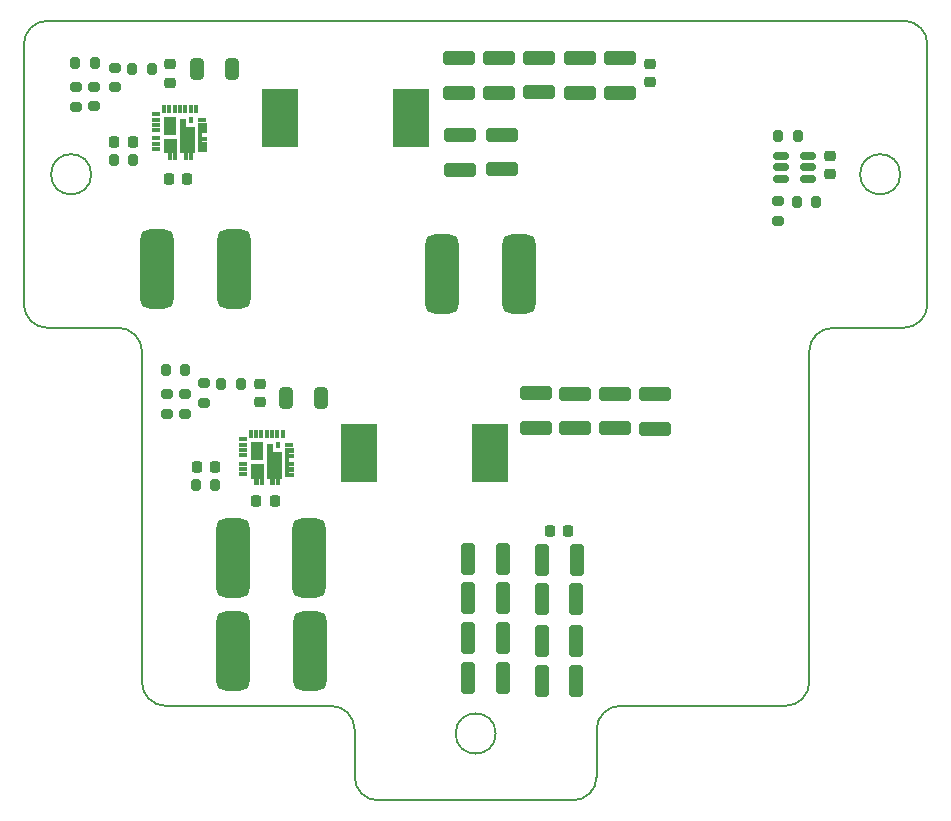
<source format=gtp>
G04 #@! TF.GenerationSoftware,KiCad,Pcbnew,9.0.0*
G04 #@! TF.CreationDate,2026-01-23T14:49:33+07:00*
G04 #@! TF.ProjectId,Power_management_V2,506f7765-725f-46d6-916e-6167656d656e,rev?*
G04 #@! TF.SameCoordinates,Original*
G04 #@! TF.FileFunction,Paste,Top*
G04 #@! TF.FilePolarity,Positive*
%FSLAX46Y46*%
G04 Gerber Fmt 4.6, Leading zero omitted, Abs format (unit mm)*
G04 Created by KiCad (PCBNEW 9.0.0) date 2026-01-23 14:49:33*
%MOMM*%
%LPD*%
G01*
G04 APERTURE LIST*
G04 Aperture macros list*
%AMRoundRect*
0 Rectangle with rounded corners*
0 $1 Rounding radius*
0 $2 $3 $4 $5 $6 $7 $8 $9 X,Y pos of 4 corners*
0 Add a 4 corners polygon primitive as box body*
4,1,4,$2,$3,$4,$5,$6,$7,$8,$9,$2,$3,0*
0 Add four circle primitives for the rounded corners*
1,1,$1+$1,$2,$3*
1,1,$1+$1,$4,$5*
1,1,$1+$1,$6,$7*
1,1,$1+$1,$8,$9*
0 Add four rect primitives between the rounded corners*
20,1,$1+$1,$2,$3,$4,$5,0*
20,1,$1+$1,$4,$5,$6,$7,0*
20,1,$1+$1,$6,$7,$8,$9,0*
20,1,$1+$1,$8,$9,$2,$3,0*%
G04 Aperture macros list end*
%ADD10C,0.010000*%
%ADD11RoundRect,0.225000X-0.250000X0.225000X-0.250000X-0.225000X0.250000X-0.225000X0.250000X0.225000X0*%
%ADD12RoundRect,0.200000X-0.275000X0.200000X-0.275000X-0.200000X0.275000X-0.200000X0.275000X0.200000X0*%
%ADD13RoundRect,0.250000X1.100000X-0.325000X1.100000X0.325000X-1.100000X0.325000X-1.100000X-0.325000X0*%
%ADD14RoundRect,0.225000X0.225000X0.250000X-0.225000X0.250000X-0.225000X-0.250000X0.225000X-0.250000X0*%
%ADD15RoundRect,0.250000X0.325000X1.100000X-0.325000X1.100000X-0.325000X-1.100000X0.325000X-1.100000X0*%
%ADD16RoundRect,0.200000X0.200000X0.275000X-0.200000X0.275000X-0.200000X-0.275000X0.200000X-0.275000X0*%
%ADD17RoundRect,0.250000X-0.325000X-1.100000X0.325000X-1.100000X0.325000X1.100000X-0.325000X1.100000X0*%
%ADD18RoundRect,0.250000X0.325000X0.650000X-0.325000X0.650000X-0.325000X-0.650000X0.325000X-0.650000X0*%
%ADD19RoundRect,0.225000X0.250000X-0.225000X0.250000X0.225000X-0.250000X0.225000X-0.250000X-0.225000X0*%
%ADD20RoundRect,0.200000X0.275000X-0.200000X0.275000X0.200000X-0.275000X0.200000X-0.275000X-0.200000X0*%
%ADD21RoundRect,0.200000X-0.200000X-0.275000X0.200000X-0.275000X0.200000X0.275000X-0.200000X0.275000X0*%
%ADD22R,3.100000X5.000000*%
%ADD23RoundRect,0.250000X-1.100000X0.325000X-1.100000X-0.325000X1.100000X-0.325000X1.100000X0.325000X0*%
%ADD24RoundRect,0.700000X-0.700000X-2.650000X0.700000X-2.650000X0.700000X2.650000X-0.700000X2.650000X0*%
%ADD25R,0.730000X0.300000*%
%ADD26R,0.300000X0.725000*%
%ADD27R,0.725000X0.300000*%
%ADD28R,1.050000X1.575000*%
%ADD29R,0.380000X0.580000*%
%ADD30RoundRect,0.700000X0.700000X2.650000X-0.700000X2.650000X-0.700000X-2.650000X0.700000X-2.650000X0*%
%ADD31RoundRect,0.150000X-0.512500X-0.150000X0.512500X-0.150000X0.512500X0.150000X-0.512500X0.150000X0*%
G04 #@! TA.AperFunction,Profile*
%ADD32C,0.200000*%
G04 #@! TD*
G04 #@! TA.AperFunction,Profile*
%ADD33C,0.150000*%
G04 #@! TD*
G04 APERTURE END LIST*
D10*
X94972000Y-63394800D02*
X94672000Y-63394800D01*
X94672000Y-62844800D01*
X94522000Y-62844800D01*
X94522000Y-63394800D01*
X94222000Y-63394800D01*
X94222000Y-62844800D01*
X93922000Y-62844800D01*
X93922000Y-61694800D01*
X94972000Y-61694800D01*
X94972000Y-63394800D01*
G36*
X94972000Y-63394800D02*
G01*
X94672000Y-63394800D01*
X94672000Y-62844800D01*
X94522000Y-62844800D01*
X94522000Y-63394800D01*
X94222000Y-63394800D01*
X94222000Y-62844800D01*
X93922000Y-62844800D01*
X93922000Y-61694800D01*
X94972000Y-61694800D01*
X94972000Y-63394800D01*
G37*
X95727000Y-60669800D02*
X96472000Y-60669800D01*
X96472000Y-62844800D01*
X96322000Y-62844800D01*
X96322000Y-63394800D01*
X96022000Y-63394800D01*
X96022000Y-62844800D01*
X95872000Y-62844800D01*
X95872000Y-63394800D01*
X95572000Y-63394800D01*
X95572000Y-62844800D01*
X95272000Y-62844800D01*
X95272000Y-60019800D01*
X95727000Y-60019800D01*
X95727000Y-60669800D01*
G36*
X95727000Y-60669800D02*
G01*
X96472000Y-60669800D01*
X96472000Y-62844800D01*
X96322000Y-62844800D01*
X96322000Y-63394800D01*
X96022000Y-63394800D01*
X96022000Y-62844800D01*
X95872000Y-62844800D01*
X95872000Y-63394800D01*
X95572000Y-63394800D01*
X95572000Y-62844800D01*
X95272000Y-62844800D01*
X95272000Y-60019800D01*
X95727000Y-60019800D01*
X95727000Y-60669800D01*
G37*
X97497000Y-60669800D02*
X97047000Y-60669800D01*
X97047000Y-60819800D01*
X97497000Y-60819800D01*
X97497000Y-61119800D01*
X97047000Y-61119800D01*
X97047000Y-61519800D01*
X97497000Y-61519800D01*
X97497000Y-61819800D01*
X97047000Y-61819800D01*
X97047000Y-61969800D01*
X97497000Y-61969800D01*
X97497000Y-62269800D01*
X97047000Y-62269800D01*
X97047000Y-62419800D01*
X97497000Y-62419800D01*
X97497000Y-62719800D01*
X96772000Y-62719800D01*
X96772000Y-60369800D01*
X97497000Y-60369800D01*
X97497000Y-60669800D01*
G36*
X97497000Y-60669800D02*
G01*
X97047000Y-60669800D01*
X97047000Y-60819800D01*
X97497000Y-60819800D01*
X97497000Y-61119800D01*
X97047000Y-61119800D01*
X97047000Y-61519800D01*
X97497000Y-61519800D01*
X97497000Y-61819800D01*
X97047000Y-61819800D01*
X97047000Y-61969800D01*
X97497000Y-61969800D01*
X97497000Y-62269800D01*
X97047000Y-62269800D01*
X97047000Y-62419800D01*
X97497000Y-62419800D01*
X97497000Y-62719800D01*
X96772000Y-62719800D01*
X96772000Y-60369800D01*
X97497000Y-60369800D01*
X97497000Y-60669800D01*
G37*
X102322000Y-90924800D02*
X102022000Y-90924800D01*
X102022000Y-90374800D01*
X101872000Y-90374800D01*
X101872000Y-90924800D01*
X101572000Y-90924800D01*
X101572000Y-90374800D01*
X101272000Y-90374800D01*
X101272000Y-89224800D01*
X102322000Y-89224800D01*
X102322000Y-90924800D01*
G36*
X102322000Y-90924800D02*
G01*
X102022000Y-90924800D01*
X102022000Y-90374800D01*
X101872000Y-90374800D01*
X101872000Y-90924800D01*
X101572000Y-90924800D01*
X101572000Y-90374800D01*
X101272000Y-90374800D01*
X101272000Y-89224800D01*
X102322000Y-89224800D01*
X102322000Y-90924800D01*
G37*
X103077000Y-88199800D02*
X103822000Y-88199800D01*
X103822000Y-90374800D01*
X103672000Y-90374800D01*
X103672000Y-90924800D01*
X103372000Y-90924800D01*
X103372000Y-90374800D01*
X103222000Y-90374800D01*
X103222000Y-90924800D01*
X102922000Y-90924800D01*
X102922000Y-90374800D01*
X102622000Y-90374800D01*
X102622000Y-87549800D01*
X103077000Y-87549800D01*
X103077000Y-88199800D01*
G36*
X103077000Y-88199800D02*
G01*
X103822000Y-88199800D01*
X103822000Y-90374800D01*
X103672000Y-90374800D01*
X103672000Y-90924800D01*
X103372000Y-90924800D01*
X103372000Y-90374800D01*
X103222000Y-90374800D01*
X103222000Y-90924800D01*
X102922000Y-90924800D01*
X102922000Y-90374800D01*
X102622000Y-90374800D01*
X102622000Y-87549800D01*
X103077000Y-87549800D01*
X103077000Y-88199800D01*
G37*
X104847000Y-88199800D02*
X104397000Y-88199800D01*
X104397000Y-88349800D01*
X104847000Y-88349800D01*
X104847000Y-88649800D01*
X104397000Y-88649800D01*
X104397000Y-89049800D01*
X104847000Y-89049800D01*
X104847000Y-89349800D01*
X104397000Y-89349800D01*
X104397000Y-89499800D01*
X104847000Y-89499800D01*
X104847000Y-89799800D01*
X104397000Y-89799800D01*
X104397000Y-89949800D01*
X104847000Y-89949800D01*
X104847000Y-90249800D01*
X104122000Y-90249800D01*
X104122000Y-87899800D01*
X104847000Y-87899800D01*
X104847000Y-88199800D01*
G36*
X104847000Y-88199800D02*
G01*
X104397000Y-88199800D01*
X104397000Y-88349800D01*
X104847000Y-88349800D01*
X104847000Y-88649800D01*
X104397000Y-88649800D01*
X104397000Y-89049800D01*
X104847000Y-89049800D01*
X104847000Y-89349800D01*
X104397000Y-89349800D01*
X104397000Y-89499800D01*
X104847000Y-89499800D01*
X104847000Y-89799800D01*
X104397000Y-89799800D01*
X104397000Y-89949800D01*
X104847000Y-89949800D01*
X104847000Y-90249800D01*
X104122000Y-90249800D01*
X104122000Y-87899800D01*
X104847000Y-87899800D01*
X104847000Y-88199800D01*
G37*
D11*
X150282000Y-63134800D03*
X150282000Y-64684800D03*
D12*
X94157000Y-83344800D03*
X94157000Y-84994800D03*
D13*
X125682000Y-57764800D03*
X125682000Y-54814800D03*
D14*
X91272000Y-61987300D03*
X89722000Y-61987300D03*
D13*
X135502000Y-86289800D03*
X135502000Y-83339800D03*
D15*
X122592000Y-103999800D03*
X119642000Y-103999800D03*
D16*
X95707000Y-81289800D03*
X94057000Y-81289800D03*
D14*
X98227000Y-89449800D03*
X96677000Y-89449800D03*
X128157000Y-94869800D03*
X126607000Y-94869800D03*
D17*
X125912000Y-97369800D03*
X128862000Y-97369800D03*
D13*
X132122000Y-86214800D03*
X132122000Y-83264800D03*
D18*
X107177000Y-83624800D03*
X104227000Y-83624800D03*
D19*
X94432000Y-56954800D03*
X94432000Y-55404800D03*
D20*
X95667000Y-84994800D03*
X95667000Y-83344800D03*
D14*
X95907000Y-65077300D03*
X94357000Y-65077300D03*
X103287000Y-92359800D03*
X101737000Y-92359800D03*
D13*
X125452000Y-86199800D03*
X125452000Y-83249800D03*
X129112000Y-57784800D03*
X129112000Y-54834800D03*
D21*
X145927000Y-61479800D03*
X147577000Y-61479800D03*
D22*
X110462000Y-88269800D03*
X121562000Y-88269800D03*
D23*
X118962000Y-61364800D03*
X118962000Y-64314800D03*
D16*
X91332000Y-63527300D03*
X89682000Y-63527300D03*
D13*
X128752000Y-86214800D03*
X128752000Y-83264800D03*
D12*
X97282000Y-82399800D03*
X97282000Y-84049800D03*
D18*
X99687000Y-55759800D03*
X96737000Y-55759800D03*
D24*
X99722000Y-97159800D03*
X106222000Y-97159800D03*
D25*
X97132000Y-60069800D03*
D26*
X96622000Y-59157300D03*
X96172000Y-59157300D03*
X95722000Y-59157300D03*
X95272000Y-59157300D03*
X94822000Y-59157300D03*
X94372000Y-59157300D03*
X93922000Y-59157300D03*
D27*
X93259500Y-59619800D03*
X93259500Y-60069800D03*
X93259500Y-60519800D03*
X93259500Y-60969800D03*
X93259500Y-61669800D03*
X93259500Y-62119800D03*
X93259500Y-62569800D03*
D28*
X94447000Y-60607300D03*
D29*
X96187000Y-60109800D03*
D16*
X100412000Y-82464800D03*
X98762000Y-82464800D03*
D13*
X132562000Y-57814800D03*
X132562000Y-54864800D03*
D12*
X145942000Y-66999800D03*
X145942000Y-68649800D03*
D30*
X123942000Y-73109800D03*
X117442000Y-73109800D03*
D31*
X146197000Y-63169800D03*
X146197000Y-64119800D03*
X146197000Y-65069800D03*
X148472000Y-65069800D03*
X148472000Y-64119800D03*
X148472000Y-63169800D03*
D12*
X89732000Y-55674800D03*
X89732000Y-57324800D03*
D23*
X122502000Y-61344800D03*
X122502000Y-64294800D03*
D17*
X125892000Y-104189800D03*
X128842000Y-104189800D03*
D24*
X99742000Y-105079800D03*
X106242000Y-105079800D03*
D13*
X118862000Y-57814800D03*
X118862000Y-54864800D03*
D15*
X122592000Y-97279800D03*
X119642000Y-97279800D03*
D16*
X98277000Y-90989800D03*
X96627000Y-90989800D03*
D15*
X122592000Y-100609800D03*
X119642000Y-100609800D03*
D13*
X122282000Y-57839800D03*
X122282000Y-54889800D03*
D19*
X102017000Y-83997300D03*
X102017000Y-82447300D03*
D12*
X86482000Y-57314800D03*
X86482000Y-58964800D03*
D16*
X92897000Y-55779800D03*
X91247000Y-55779800D03*
D20*
X88022000Y-58959800D03*
X88022000Y-57309800D03*
D17*
X125892000Y-107589800D03*
X128842000Y-107589800D03*
D16*
X88057000Y-55309800D03*
X86407000Y-55309800D03*
X149147000Y-67034800D03*
X147497000Y-67034800D03*
D25*
X104482000Y-87599800D03*
D26*
X103972000Y-86687300D03*
X103522000Y-86687300D03*
X103072000Y-86687300D03*
X102622000Y-86687300D03*
X102172000Y-86687300D03*
X101722000Y-86687300D03*
X101272000Y-86687300D03*
D27*
X100609500Y-87149800D03*
X100609500Y-87599800D03*
X100609500Y-88049800D03*
X100609500Y-88499800D03*
X100609500Y-89199800D03*
X100609500Y-89649800D03*
X100609500Y-90099800D03*
D28*
X101797000Y-88137300D03*
D29*
X103537000Y-87639800D03*
D11*
X135052000Y-55349800D03*
X135052000Y-56899800D03*
D17*
X125892000Y-100689800D03*
X128842000Y-100689800D03*
D15*
X122592000Y-107389800D03*
X119642000Y-107389800D03*
D22*
X103712000Y-59939800D03*
X114812000Y-59939800D03*
D24*
X93322000Y-72749800D03*
X99822000Y-72749800D03*
D32*
X148552000Y-79699800D02*
X148552000Y-107699800D01*
X108052001Y-109699800D02*
G75*
G02*
X110052000Y-111699799I-1J-2000000D01*
G01*
X84051999Y-51699800D02*
X156552000Y-51699800D01*
X84051998Y-77699800D02*
G75*
G02*
X82052000Y-75699802I2J2000000D01*
G01*
X92052000Y-107699802D02*
X92052000Y-79699799D01*
X148552000Y-107699800D02*
G75*
G02*
X146552000Y-109699800I-2000000J0D01*
G01*
X148552000Y-79699800D02*
G75*
G02*
X150552000Y-77699800I2000000J0D01*
G01*
D33*
X156252000Y-64699800D02*
G75*
G02*
X152852000Y-64699800I-1700000J0D01*
G01*
X152852000Y-64699800D02*
G75*
G02*
X156252000Y-64699800I1700000J0D01*
G01*
D32*
X130552000Y-115699800D02*
G75*
G02*
X128552000Y-117699800I-2000000J0D01*
G01*
X112051998Y-117699800D02*
X128552000Y-117699800D01*
X112051998Y-117699800D02*
G75*
G02*
X110052000Y-115699802I2J2000000D01*
G01*
X146552000Y-109699800D02*
X132552000Y-109699800D01*
X156552000Y-77699800D02*
X150552000Y-77699800D01*
X82052000Y-53699799D02*
X82052000Y-75699802D01*
X108052001Y-109699800D02*
X94051998Y-109699800D01*
X94051998Y-109699800D02*
G75*
G02*
X92052000Y-107699802I2J2000000D01*
G01*
D33*
X122002000Y-112049800D02*
G75*
G02*
X118602000Y-112049800I-1700000J0D01*
G01*
X118602000Y-112049800D02*
G75*
G02*
X122002000Y-112049800I1700000J0D01*
G01*
D32*
X158552000Y-75699800D02*
X158552000Y-53699800D01*
X82052000Y-53699799D02*
G75*
G02*
X84051999Y-51699800I2000000J-1D01*
G01*
D33*
X87752000Y-64699800D02*
G75*
G02*
X84352000Y-64699800I-1700000J0D01*
G01*
X84352000Y-64699800D02*
G75*
G02*
X87752000Y-64699800I1700000J0D01*
G01*
D32*
X110052000Y-115699802D02*
X110052000Y-111699799D01*
X158552000Y-75699800D02*
G75*
G02*
X156552000Y-77699800I-2000000J0D01*
G01*
X130552000Y-111699800D02*
G75*
G02*
X132552000Y-109699800I2000000J0D01*
G01*
X156552000Y-51699800D02*
G75*
G02*
X158552000Y-53699800I0J-2000000D01*
G01*
X130552000Y-111699800D02*
X130552000Y-115699800D01*
X90052001Y-77699800D02*
G75*
G02*
X92052000Y-79699799I-1J-2000000D01*
G01*
X90052001Y-77699800D02*
X84051998Y-77699800D01*
M02*

</source>
